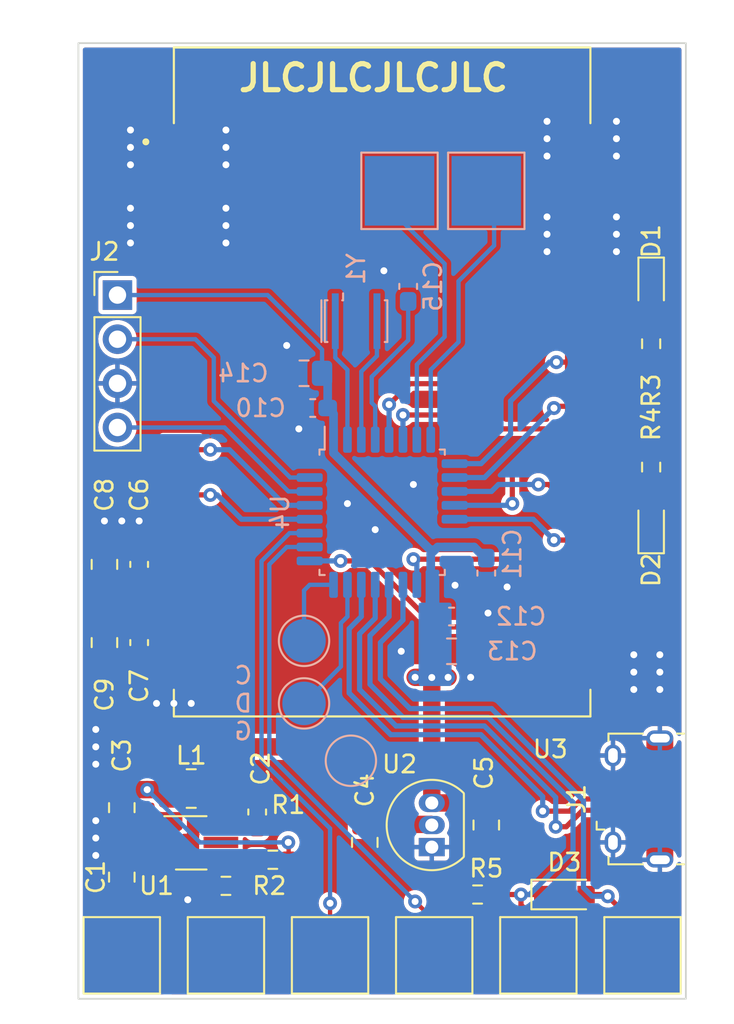
<source format=kicad_pcb>
(kicad_pcb (version 20211014) (generator pcbnew)
  (layers (0 "F.Cu" signal) (31 "B.Cu" signal) (34 "B.Paste" user) (35 "F.Paste" user) (36 "B.SilkS" user "B.Silkscreen") (37 "F.SilkS" user "F.Silkscreen") (38 "B.Mask" user) (39 "F.Mask" user) (44 "Edge.Cuts" user))
  (net 0 "")
  (net 1 "+BATT")
  (net 2 "GND")
  (net 3 "/SW")
  (net 4 "/BST")
  (net 5 "+5V")
  (net 6 "+3V3")
  (net 7 "Net-(C15-Pad1)")
  (net 8 "/FB")
  (net 10 "/SX1_DIO")
  (net 11 "/SX1_BUSY")
  (net 12 "/SX1_RESET")
  (net 13 "/SPI1_MISO")
  (net 14 "/SPI1_MOSI")
  (net 15 "/SPI1_SCK")
  (net 17 "/SX1_TX_EN")
  (net 18 "/SX1_RX_EN")
  (net 19 "/SPI1_CS")
  (net 21 "/LED_RED")
  (net 22 "/LED_GREEN")
  (net 23 "/LPUART1_TX")
  (net 24 "/LPUART1_RX")
  (net 25 "/BOOT0")
  (net 26 "/UART1_TX")
  (net 27 "/UART1_RX")
  (net 28 "/SWDIO")
  (net 29 "/SWCLK")
  (net 30 "/UART2_RX")
  (net 31 "/UART2_TX")
  (net 32 "/OSC_IN")
  (net 33 "/OSC_OUT")
  (net 34 "/USB_DM")
  (net 35 "/USB_DP")
  (net 36 "/BUTTON")
  (net 39 "Net-(D1-Pad2)")
  (net 40 "Net-(D2-Pad2)")
  (footprint "Capacitor_SMD:C_0805_2012Metric_Pad1.18x1.45mm_HandSolder" (layer "F.Cu") (at 74.5 103 90)
    (fp_text reference "C8" (at 4 0 90) (layer "F.SilkS"))
    (fp_text value "1u")
    (pad "1" smd roundrect (at -1.0375 0 90) (size 1.175 1.45) (layers "F.Cu" "F.Paste" "F.Mask") (roundrect_rratio 0.2127659574) (net 5 "+5V"))
    (pad "2" smd roundrect (at 1.0375 0 90) (size 1.175 1.45) (layers "F.Cu" "F.Paste" "F.Mask") (roundrect_rratio 0.2127659574) (net 2 "GND"))
  )
  (footprint "Capacitor_SMD:C_0805_2012Metric_Pad1.18x1.45mm_HandSolder" (layer "F.Cu") (at 74.5 107.5 -90)
    (fp_text reference "C9" (at 3 0 90) (layer "F.SilkS"))
    (fp_text value "22u")
    (pad "1" smd roundrect (at -1.0375 0 270) (size 1.175 1.45) (layers "F.Cu" "F.Paste" "F.Mask") (roundrect_rratio 0.2127659574) (net 5 "+5V"))
    (pad "2" smd roundrect (at 1.0375 0 270) (size 1.175 1.45) (layers "F.Cu" "F.Paste" "F.Mask") (roundrect_rratio 0.2127659574) (net 2 "GND"))
  )
  (footprint "Connector_USB:USB_Micro-B_Amphenol_10118194_Horizontal" (layer "F.Cu") (at 105.2 116.5 90)
    (fp_text reference "J1" (at 0 -3.5 90) (layer "F.SilkS"))
    (fp_text value "USB_B_Micro")
    (pad "1" smd rect (at -1.3 -1.4 90) (size 0.4 1.35) (layers "F.Cu" "F.Paste" "F.Mask"))
    (pad "2" smd rect (at -0.65 -1.4 90) (size 0.4 1.35) (layers "F.Cu" "F.Paste" "F.Mask") (net 34 "/USB_DM"))
    (pad "3" smd rect (at 0 -1.4 90) (size 0.4 1.35) (layers "F.Cu" "F.Paste" "F.Mask") (net 35 "/USB_DP"))
    (pad "4" smd rect (at 0.65 -1.4 90) (size 0.4 1.35) (layers "F.Cu" "F.Paste" "F.Mask"))
    (pad "5" smd rect (at 1.3 -1.4 90) (size 0.4 1.35) (layers "F.Cu" "F.Paste" "F.Mask") (net 2 "GND"))
    (pad "6" thru_hole oval (at -3.5 1.3 90) (size 0.89 1.55) (drill oval 0.5 1.15) (layers *.Cu *.Mask) (net 2 "GND"))
    (pad "6" smd rect (at -1 1.3 90) (size 1.5 1.55) (layers "F.Cu" "F.Paste" "F.Mask") (net 2 "GND"))
    (pad "6" smd rect (at 1 1.3 90) (size 1.5 1.55) (layers "F.Cu" "F.Paste" "F.Mask") (net 2 "GND"))
    (pad "6" thru_hole oval (at 2.5 -1.4 90) (size 1.25 0.95) (drill oval 0.85 0.55) (layers *.Cu *.Mask) (net 2 "GND"))
    (pad "6" thru_hole oval (at 3.5 1.3 90) (size 0.89 1.55) (drill oval 0.5 1.15) (layers *.Cu *.Mask) (net 2 "GND"))
    (pad "6" thru_hole oval (at -2.5 -1.4 90) (size 1.25 0.95) (drill oval 0.85 0.55) (layers *.Cu *.Mask) (net 2 "GND"))
    (pad "6" smd rect (at -2.9 1.3 90) (size 1.2 1.55) (layers "F.Cu" "F.Paste" "F.Mask") (net 2 "GND"))
    (pad "6" smd rect (at 2.9 1.3 90) (size 1.2 1.55) (layers "F.Cu" "F.Paste" "F.Mask") (net 2 "GND"))
  )
  (footprint "Capacitor_SMD:C_0603_1608Metric_Pad1.08x0.95mm_HandSolder" (layer "F.Cu") (at 76.5 107.5 -90)
    (fp_text reference "C7" (at 2.5 0 90) (layer "F.SilkS"))
    (fp_text value "100n")
    (pad "1" smd roundrect (at -0.8625 0 270) (size 1.075 0.95) (layers "F.Cu" "F.Paste" "F.Mask") (net 5 "+5V"))
    (pad "2" smd roundrect (at 0.8625 0 270) (size 1.075 0.95) (layers "F.Cu" "F.Paste" "F.Mask") (net 2 "GND"))
  )
  (footprint "Resistor_SMD:R_0603_1608Metric_Pad0.98x0.95mm_HandSolder" (layer "F.Cu") (at 106 97.4 -90)
    (fp_text reference "R4" (at -2.475 0 90) (layer "F.SilkS"))
    (fp_text value "1K")
    (pad "1" smd roundrect (at -0.9125 0 270) (size 0.975 0.95) (layers "F.Cu" "F.Paste" "F.Mask") (net 22 "/LED_GREEN"))
    (pad "2" smd roundrect (at 0.9125 0 270) (size 0.975 0.95) (layers "F.Cu" "F.Paste" "F.Mask") (net 40 "Net-(D2-Pad2)"))
  )
  (footprint "TestPoint:TestPoint_Pad_4.0x4.0mm" (layer "F.Cu") (at 93.5 125.5)
    (fp_text reference "TP6" hide)
    (fp_text value "TestPoint")
    (pad "1" smd rect (at 0 0) (size 4 4) (layers "F.Cu" "F.Mask") (net 31 "/UART2_TX"))
  )
  (footprint "Capacitor_SMD:C_0603_1608Metric_Pad1.08x0.95mm_HandSolder" (layer "F.Cu") (at 76.5 103 90)
    (fp_text reference "C6" (at 4 0 90) (layer "F.SilkS"))
    (fp_text value "100n")
    (pad "1" smd roundrect (at -0.8625 0 90) (size 1.075 0.95) (layers "F.Cu" "F.Paste" "F.Mask") (net 5 "+5V"))
    (pad "2" smd roundrect (at 0.8625 0 90) (size 1.075 0.95) (layers "F.Cu" "F.Paste" "F.Mask") (net 2 "GND"))
  )
  (footprint "Package_TO_SOT_THT:TO-92_Inline" (layer "F.Cu") (at 93.36 119.27 90)
    (fp_text reference "U2" (at 4.77 -1.86 180) (layer "F.SilkS"))
    (fp_text value "MCP1700-33")
    (pad "1" thru_hole rect (at 0 0 90) (size 1.05 1.5) (drill 0.75) (layers *.Cu *.Mask) (net 2 "GND"))
    (pad "2" thru_hole oval (at 1.27 0 90) (size 1.05 1.5) (drill 0.75) (layers *.Cu *.Mask) (net 5 "+5V"))
    (pad "3" thru_hole oval (at 2.54 0 90) (size 1.05 1.5) (drill 0.75) (layers *.Cu *.Mask) (net 6 "+3V3"))
  )
  (footprint "TestPoint:TestPoint_Pad_4.0x4.0mm" (layer "F.Cu") (at 99.5 125.5 180)
    (fp_text reference "TP4" hide)
    (fp_text value "TestPoint")
    (pad "1" smd rect (at 0 0 180) (size 4 4) (layers "F.Cu" "F.Mask") (net 27 "/UART1_RX"))
  )
  (footprint "LED_SMD:LED_0603_1608Metric_Pad1.05x0.95mm_HandSolder" (layer "F.Cu") (at 106 100.7 90)
    (fp_text reference "D2" (at -2.625 0 90) (layer "F.SilkS"))
    (fp_text value "LED")
    (pad "1" smd roundrect (at -0.875 0 90) (size 1.05 0.95) (layers "F.Cu" "F.Paste" "F.Mask") (net 2 "GND"))
    (pad "2" smd roundrect (at 0.875 0 90) (size 1.05 0.95) (layers "F.Cu" "F.Paste" "F.Mask") (net 40 "Net-(D2-Pad2)"))
  )
  (footprint "Capacitor_SMD:C_0603_1608Metric_Pad1.08x0.95mm_HandSolder" (layer "F.Cu") (at 83.3 117.25 -90)
    (fp_text reference "C2" (at -2.5 -0.2 90) (layer "F.SilkS"))
    (fp_text value "100n")
    (pad "1" smd roundrect (at -0.8625 0 270) (size 1.075 0.95) (layers "F.Cu" "F.Paste" "F.Mask") (net 3 "/SW"))
    (pad "2" smd roundrect (at 0.8625 0 270) (size 1.075 0.95) (layers "F.Cu" "F.Paste" "F.Mask") (net 4 "/BST"))
  )
  (footprint "Resistor_SMD:R_0603_1608Metric_Pad0.98x0.95mm_HandSolder" (layer "F.Cu") (at 96 122 180)
    (fp_text reference "R5" (at -0.5 1.5) (layer "F.SilkS"))
    (fp_text value "1K")
    (pad "1" smd roundrect (at -0.9125 0 180) (size 0.975 0.95) (layers "F.Cu" "F.Paste" "F.Mask") (net 27 "/UART1_RX"))
    (pad "2" smd roundrect (at 0.9125 0 180) (size 0.975 0.95) (layers "F.Cu" "F.Paste" "F.Mask") (net 2 "GND"))
  )
  (footprint "LED_SMD:LED_0603_1608Metric_Pad1.05x0.95mm_HandSolder" (layer "F.Cu") (at 106 87 -90)
    (fp_text reference "D1" (at -2.6 0 -90) (layer "F.SilkS"))
    (fp_text value "LED")
    (pad "1" smd roundrect (at -0.875 0 270) (size 1.05 0.95) (layers "F.Cu" "F.Paste" "F.Mask") (net 2 "GND"))
    (pad "2" smd roundrect (at 0.875 0 270) (size 1.05 0.95) (layers "F.Cu" "F.Paste" "F.Mask") (net 39 "Net-(D1-Pad2)"))
  )
  (footprint "TestPoint:TestPoint_Pad_4.0x4.0mm" (layer "F.Cu") (at 105.5 125.5 180)
    (fp_text reference "TP3" hide)
    (fp_text value "TestPoint" hide)
    (pad "1" smd rect (at 0 0 180) (size 4 4) (layers "F.Cu" "F.Mask") (net 26 "/UART1_TX"))
  )
  (footprint "Diode_SMD:D_SOD-323_HandSoldering" (layer "F.Cu") (at 101 122)
    (fp_text reference "D3" (at 0 -1.85) (layer "F.SilkS"))
    (fp_text value "D_Schottky")
    (pad "1" smd rect (at -1.25 0) (size 1 1) (layers "F.Cu" "F.Paste" "F.Mask") (net 27 "/UART1_RX"))
    (pad "2" smd rect (at 1.25 0) (size 1 1) (layers "F.Cu" "F.Paste" "F.Mask") (net 26 "/UART1_TX"))
  )
  (footprint "Connector_PinHeader_2.54mm:PinHeader_1x04_P2.54mm_Vertical" (layer "F.Cu") (at 75.25 87.5)
    (fp_text reference "J2" (at -0.75 -2.5) (layer "F.SilkS"))
    (fp_text value "Conn_01x04_Male")
    (pad "1" thru_hole rect (at 0 0) (size 1.7 1.7) (drill 1) (layers *.Cu *.Mask) (net 6 "+3V3"))
    (pad "2" thru_hole oval (at 0 2.54) (size 1.7 1.7) (drill 1) (layers *.Cu *.Mask) (net 25 "/BOOT0"))
    (pad "3" thru_hole oval (at 0 5.08) (size 1.7 1.7) (drill 1) (layers *.Cu *.Mask) (net 2 "GND"))
    (pad "4" thru_hole oval (at 0 7.62) (size 1.7 1.7) (drill 1) (layers *.Cu *.Mask) (net 36 "/BUTTON"))
  )
  (footprint "TestPoint:TestPoint_Pad_4.0x4.0mm" (layer "F.Cu") (at 81.5 125.5)
    (fp_text reference "TP2" hide)
    (fp_text value "TestPoint")
    (pad "1" smd rect (at 0 0) (size 4 4) (layers "F.Cu" "F.Mask") (net 2 "GND"))
  )
  (footprint "Capacitor_SMD:C_0805_2012Metric_Pad1.18x1.45mm_HandSolder" (layer "F.Cu") (at 75.5 117 -90)
    (fp_text reference "C3" (at -3 0 90) (layer "F.SilkS"))
    (fp_text value "22u")
    (pad "1" smd roundrect (at -1.0375 0 270) (size 1.175 1.45) (layers "F.Cu" "F.Paste" "F.Mask") (roundrect_rratio 0.2127659574) (net 5 "+5V"))
    (pad "2" smd roundrect (at 1.0375 0 270) (size 1.175 1.45) (layers "F.Cu" "F.Paste" "F.Mask") (roundrect_rratio 0.2127659574) (net 2 "GND"))
  )
  (footprint "Resistor_SMD:R_0603_1608Metric_Pad0.98x0.95mm_HandSolder" (layer "F.Cu") (at 81.5 121.5 180)
    (fp_text reference "R2" (at -2.5 0) (layer "F.SilkS"))
    (fp_text value "10K")
    (pad "1" smd roundrect (at -0.9125 0 180) (size 0.975 0.95) (layers "F.Cu" "F.Paste" "F.Mask") (net 8 "/FB"))
    (pad "2" smd roundrect (at 0.9125 0 180) (size 0.975 0.95) (layers "F.Cu" "F.Paste" "F.Mask") (net 2 "GND"))
  )
  (footprint "Package_TO_SOT_SMD:TSOT-23-6_HandSoldering" (layer "F.Cu") (at 79.5 119)
    (fp_text reference "U1" (at -2 2.5) (layer "F.SilkS"))
    (fp_text value "AP62150Z6")
    (pad "1" smd rect (at -1.71 -0.95) (size 2 0.65) (layers "F.Cu" "F.Paste" "F.Mask") (net 2 "GND"))
    (pad "2" smd rect (at -1.71 0) (size 2 0.65) (layers "F.Cu" "F.Paste" "F.Mask") (net 3 "/SW"))
    (pad "3" smd rect (at -1.71 0.95) (size 2 0.65) (layers "F.Cu" "F.Paste" "F.Mask") (net 1 "+BATT"))
    (pad "4" smd rect (at 1.71 0.95) (size 2 0.65) (layers "F.Cu" "F.Paste" "F.Mask") (net 8 "/FB"))
    (pad "5" smd rect (at 1.71 0) (size 2 0.65) (layers "F.Cu" "F.Paste" "F.Mask"))
    (pad "6" smd rect (at 1.71 -0.95) (size 2 0.65) (layers "F.Cu" "F.Paste" "F.Mask") (net 4 "/BST"))
  )
  (footprint "Inductor_SMD:L_1008_2520Metric_Pad1.43x2.20mm_HandSolder" (layer "F.Cu") (at 79.5 115.9 180)
    (fp_text reference "L1" (at 0 1.9) (layer "F.SilkS"))
    (fp_text value "3u3")
    (pad "1" smd roundrect (at -1.1625 0 180) (size 1.425 2.2) (layers "F.Cu" "F.Paste" "F.Mask") (roundrect_rratio 0.1754392982) (net 3 "/SW"))
    (pad "2" smd roundrect (at 1.1625 0 180) (size 1.425 2.2) (layers "F.Cu" "F.Paste" "F.Mask") (roundrect_rratio 0.1754392982) (net 5 "+5V"))
  )
  (footprint "Capacitor_SMD:C_0805_2012Metric_Pad1.18x1.45mm_HandSolder" (layer "F.Cu") (at 96.5 118 -90)
    (fp_text reference "C5" (at -3 0.14 90) (layer "F.SilkS"))
    (fp_text value "1u")
    (pad "1" smd roundrect (at -1.0375 0 270) (size 1.175 1.45) (layers "F.Cu" "F.Paste" "F.Mask") (roundrect_rratio 0.2127659574) (net 6 "+3V3"))
    (pad "2" smd roundrect (at 1.0375 0 270) (size 1.175 1.45) (layers "F.Cu" "F.Paste" "F.Mask") (roundrect_rratio 0.2127659574) (net 2 "GND"))
  )
  (footprint "Capacitor_SMD:C_0805_2012Metric_Pad1.18x1.45mm_HandSolder" (layer "F.Cu") (at 89.5 119 -90)
    (fp_text reference "C4" (at -3 0 90) (layer "F.SilkS"))
    (fp_text value "1u")
    (pad "1" smd roundrect (at -1.0375 0 270) (size 1.175 1.45) (layers "F.Cu" "F.Paste" "F.Mask") (roundrect_rratio 0.2127659574) (net 5 "+5V"))
    (pad "2" smd roundrect (at 1.0375 0 270) (size 1.175 1.45) (layers "F.Cu" "F.Paste" "F.Mask") (roundrect_rratio 0.2127659574) (net 2 "GND"))
  )
  (footprint "TestPoint:TestPoint_Pad_4.0x4.0mm" (layer "F.Cu") (at 75.5 125.5)
    (fp_text reference "TP1" hide)
    (fp_text value "TestPoint")
    (pad "1" smd rect (at 0 0) (size 4 4) (layers "F.Cu" "F.Mask") (net 1 "+BATT"))
  )
  (footprint "Resistor_SMD:R_0603_1608Metric_Pad0.98x0.95mm_HandSolder" (layer "F.Cu") (at 84.2 120 180)
    (fp_text reference "R1" (at -0.89 3.16) (layer "F.SilkS"))
    (fp_text value "56k")
    (pad "1" smd roundrect (at -0.9125 0 180) (size 0.975 0.95) (layers "F.Cu" "F.Paste" "F.Mask") (net 5 "+5V"))
    (pad "2" smd roundrect (at 0.9125 0 180) (size 0.975 0.95) (layers "F.Cu" "F.Paste" "F.Mask") (net 8 "/FB"))
  )
  (footprint "E22:XCVR_E22-900M30S" (layer "F.Cu") (at 90.5 92.5 180)
    (fp_text reference "U3" (at -9.69 -21.135 180) (layer "F.SilkS"))
    (fp_text value "E22-900M30S")
    (pad "1" smd rect locked (at 11.575 13.82 180) (size 2.08 1.51) (layers "F.Cu" "F.Paste" "F.Mask") (net 2 "GND"))
    (pad "2" smd rect locked (at 11.575 11.28 180) (size 2.08 1.51) (layers "F.Cu" "F.Paste" "F.Mask") (net 2 "GND"))
    (pad "3" smd rect locked (at 11.575 8.74 180) (size 2.08 1.51) (layers "F.Cu" "F.Paste" "F.Mask") (net 2 "GND"))
    (pad "4" smd rect locked (at 11.575 1.14 180) (size 2.08 1.51) (layers "F.Cu" "F.Paste" "F.Mask") (net 2 "GND"))
    (pad "5" smd rect locked (at 11.575 -1.4 180) (size 2.08 1.51) (layers "F.Cu" "F.Paste" "F.Mask") (net 2 "GND"))
    (pad "6" smd rect locked (at 11.575 -3.94 180) (size 2.08 1.51) (layers "F.Cu" "F.Paste" "F.Mask") (net 18 "/SX1_RX_EN"))
    (pad "7" smd rect locked (at 11.575 -6.48 180) (size 2.08 1.51) (layers "F.Cu" "F.Paste" "F.Mask") (net 17 "/SX1_TX_EN"))
    (pad "8" smd rect locked (at 11.575 -9.02 180) (size 2.08 1.51) (layers "F.Cu" "F.Paste" "F.Mask"))
    (pad "9" smd rect locked (at 11.575 -11.56 180) (size 2.08 1.51) (layers "F.Cu" "F.Paste" "F.Mask") (net 5 "+5V"))
    (pad "10" smd rect locked (at 11.575 -14.1 180) (size 2.08 1.51) (layers "F.Cu" "F.Paste" "F.Mask") (net 5 "+5V"))
    (pad "11" smd rect locked (at 11.575 -16.64 180) (size 2.08 1.51) (layers "F.Cu" "F.Paste" "F.Mask") (net 2 "GND"))
    (pad "12" smd rect locked (at -11.575 -16.64 180) (size 2.08 1.51) (layers "F.Cu" "F.Paste" "F.Mask") (net 2 "GND"))
    (pad "13" smd rect locked (at -11.575 -14.1 180) (size 2.08 1.51) (layers "F.Cu" "F.Paste" "F.Mask") (net 10 "/SX1_DIO"))
    (pad "14" smd rect locked (at -11.575 -11.56 180) (size 2.08 1.51) (layers "F.Cu" "F.Paste" "F.Mask") (net 11 "/SX1_BUSY"))
    (pad "15" smd rect locked (at -11.575 -9.02 180) (size 2.08 1.51) (layers "F.Cu" "F.Paste" "F.Mask") (net 12 "/SX1_RESET"))
    (pad "16" smd rect locked (at -11.575 -6.48 180) (size 2.08 1.51) (layers "F.Cu" "F.Paste" "F.Mask") (net 13 "/SPI1_MISO"))
    (pad "17" smd rect locked (at -11.575 -3.94 180) (size 2.08 1.51) (layers "F.Cu" "F.Paste" "F.Mask") (net 14 "/SPI1_MOSI"))
    (pad "18" smd rect locked (at -11.575 -1.4 180) (size 2.08 1.51) (layers "F.Cu" "F.Paste" "F.Mask") (net 15 "/SPI1_SCK"))
    (pad "19" smd rect locked (at -11.575 1.14 180) (size 2.08 1.51) (layers "F.Cu" "F.Paste" "F.Mask") (net 19 "/SPI1_CS"))
    (pad "20" smd rect locked (at -11.575 8.74 180) (size 2.08 1.51) (layers "F.Cu" "F.Paste" "F.Mask") (net 2 "GND"))
    (pad "21" smd rect locked (at -11.575 11.28 180) (size 2.08 1.51) (layers "F.Cu" "F.Paste" "F.Mask"))
    (pad "22" smd rect locked (at -11.575 13.82 180) (size 2.08 1.51) (layers "F.Cu" "F.Paste" "F.Mask") (net 2 "GND"))
  )
  (footprint "TestPoint:TestPoint_Pad_4.0x4.0mm" (layer "F.Cu") (at 87.5 125.5)
    (fp_text reference "TP5" hide)
    (fp_text value "TestPoint")
    (pad "1" smd rect (at 0 0) (size 4 4) (layers "F.Cu" "F.Mask") (net 30 "/UART2_RX"))
  )
  (footprint "Resistor_SMD:R_0603_1608Metric_Pad0.98x0.95mm_HandSolder" (layer "F.Cu") (at 106 90.3 90)
    (fp_text reference "R3" (at -2.7 0 90) (layer "F.SilkS"))
    (fp_text value "1K")
    (pad "1" smd roundrect (at -0.9125 0 90) (size 0.975 0.95) (layers "F.Cu" "F.Paste" "F.Mask") (net 21 "/LED_RED"))
    (pad "2" smd roundrect (at 0.9125 0 90) (size 0.975 0.95) (layers "F.Cu" "F.Paste" "F.Mask") (net 39 "Net-(D1-Pad2)"))
  )
  (footprint "Capacitor_SMD:C_0805_2012Metric_Pad1.18x1.45mm_HandSolder" (layer "F.Cu") (at 75.5 121 90)
    (fp_text reference "C1" (at 0 -1.5 270) (layer "F.SilkS"))
    (fp_text value "22u")
    (pad "1" smd roundrect (at -1.0375 0 90) (size 1.175 1.45) (layers "F.Cu" "F.Paste" "F.Mask") (roundrect_rratio 0.2127659574) (net 1 "+BATT"))
    (pad "2" smd roundrect (at 1.0375 0 90) (size 1.175 1.45) (layers "F.Cu" "F.Paste" "F.Mask") (roundrect_rratio 0.2127659574) (net 2 "GND"))
  )
  (footprint "Capacitor_SMD:C_0603_1608Metric_Pad1.08x0.95mm_HandSolder" (layer "B.Cu") (at 94.5 106)
    (fp_text reference "C12" (at 4 0) (layer "B.SilkS") (effects (justify mirror)))
    (fp_text value "100n")
    (pad "1" smd roundrect (at -0.8625 0) (size 1.075 0.95) (layers "B.Cu" "B.Paste" "B.Mask") (net 6 "+3V3"))
    (pad "2" smd roundrect (at 0.8625 0) (size 1.075 0.95) (layers "B.Cu" "B.Paste" "B.Mask") (net 2 "GND"))
  )
  (footprint "Capacitor_SMD:C_0805_2012Metric_Pad1.18x1.45mm_HandSolder" (layer "B.Cu") (at 86 92 180)
    (fp_text reference "C14" (at 3.5 0) (layer "B.SilkS") (effects (justify mirror)))
    (fp_text value "22u")
    (pad "1" smd roundrect (at -1.0375 0 180) (size 1.175 1.45) (layers "B.Cu" "B.Paste" "B.Mask") (roundrect_rratio 0.2127659574) (net 6 "+3V3"))
    (pad "2" smd roundrect (at 1.0375 0 180) (size 1.175 1.45) (layers "B.Cu" "B.Paste" "B.Mask") (roundrect_rratio 0.2127659574) (net 2 "GND"))
  )
  (footprint "Crystal:Resonator_SMD_Murata_CSTxExxV-3Pin_3.0x1.1mm_HandSoldering" (layer "B.Cu") (at 89 89)
    (fp_text reference "Y1" (at 0 -3 90) (layer "B.SilkS") (effects (justify mirror)))
    (fp_text value "Resonator")
    (pad "1" smd rect (at -1.2 0) (size 0.4 3.2) (layers "B.Cu" "B.Paste" "B.Mask") (net 32 "/OSC_IN"))
    (pad "2" smd rect (at 0 0) (size 0.4 3.2) (layers "B.Cu" "B.Paste" "B.Mask") (net 2 "GND"))
    (pad "3" smd rect (at 1.2 0) (size 0.4 3.2) (layers "B.Cu" "B.Paste" "B.Mask") (net 33 "/OSC_OUT"))
  )
  (footprint "Capacitor_SMD:C_0603_1608Metric_Pad1.08x0.95mm_HandSolder" (layer "B.Cu") (at 92 87 90)
    (fp_text reference "C15" (at 0 1.43 90) (layer "B.SilkS") (effects (justify mirror)))
    (fp_text value "100n")
    (pad "1" smd roundrect (at -0.8625 0 90) (size 1.075 0.95) (layers "B.Cu" "B.Paste" "B.Mask") (net 7 "Net-(C15-Pad1)"))
    (pad "2" smd roundrect (at 0.8625 0 90) (size 1.075 0.95) (layers "B.Cu" "B.Paste" "B.Mask") (net 2 "GND"))
  )
  (footprint "TestPoint:TestPoint_Pad_4.0x4.0mm" (layer "B.Cu") (at 91.5 81.5)
    (fp_text reference "TP7" hide)
    (fp_text value "TestPoint")
    (pad "1" smd rect (at 0 0) (size 4 4) (layers "B.Cu" "B.Mask") (net 23 "/LPUART1_TX"))
  )
  (footprint "TestPoint:TestPoint_Pad_D2.5mm" (layer "B.Cu") (at 86 111 180)
    (fp_text reference "TP9" hide)
    (fp_text value "TestPoint")
    (pad "1" smd circle (at 0 0 180) (size 2.5 2.5) (layers "B.Cu" "B.Mask") (net 28 "/SWDIO"))
  )
  (footprint "TestPoint:TestPoint_Pad_4.0x4.0mm" (layer "B.Cu") (at 96.5 81.5)
    (fp_text reference "TP8" hide)
    (fp_text value "TestPoint")
    (pad "1" smd rect (at 0 0) (size 4 4) (layers "B.Cu" "B.Mask") (net 24 "/LPUART1_RX"))
  )
  (footprint "TestPoint:TestPoint_Pad_D2.5mm" (layer "B.Cu") (at 88.7 114.3 180)
    (fp_text reference "TP11" hide)
    (fp_text value "TestPoint")
    (pad "1" smd circle (at 0 0 180) (size 2.5 2.5) (layers "B.Cu" "B.Mask") (net 2 "GND"))
  )
  (footprint "Capacitor_SMD:C_0805_2012Metric_Pad1.18x1.45mm_HandSolder" (layer "B.Cu") (at 94.5 108)
    (fp_text reference "C13" (at 3.5 0) (layer "B.SilkS") (effects (justify mirror)))
    (fp_text value "1u")
    (pad "1" smd roundrect (at -1.0375 0) (size 1.175 1.45) (layers "B.Cu" "B.Paste" "B.Mask") (roundrect_rratio 0.2127659574) (net 6 "+3V3"))
    (pad "2" smd roundrect (at 1.0375 0) (size 1.175 1.45) (layers "B.Cu" "B.Paste" "B.Mask") (roundrect_rratio 0.2127659574) (net 2 "GND"))
  )
  (footprint "Package_QFP:LQFP-32_7x7mm_P0.8mm" (layer "B.Cu") (at 90.5 100 -90)
    (fp_text reference "U4" (at 0 5.88 90) (layer "B.SilkS") (effects (justify mirror)))
    (fp_text value "STM32G441KB")
    (pad "1" smd roundrect (at -4.175 2.8 270) (size 1.5 0.5) (layers "B.Cu" "B.Paste" "B.Mask") (net 6 "+3V3"))
    (pad "2" smd roundrect (at -4.175 2 270) (size 1.5 0.5) (layers "B.Cu" "B.Paste" "B.Mask") (net 32 "/OSC_IN"))
    (pad "3" smd roundrect (at -4.175 1.2 270) (size 1.5 0.5) (layers "B.Cu" "B.Paste" "B.Mask") (net 33 "/OSC_OUT"))
    (pad "4" smd roundrect (at -4.175 0.4 270) (size 1.5 0.5) (layers "B.Cu" "B.Paste" "B.Mask") (net 7 "Net-(C15-Pad1)"))
    (pad "5" smd roundrect (at -4.175 -0.4 270) (size 1.5 0.5) (layers "B.Cu" "B.Paste" "B.Mask") (net 21 "/LED_RED"))
    (pad "6" smd roundrect (at -4.175 -1.2 270) (size 1.5 0.5) (layers "B.Cu" "B.Paste" "B.Mask") (net 22 "/LED_GREEN"))
    (pad "7" smd roundrect (at -4.175 -2 270) (size 1.5 0.5) (layers "B.Cu" "B.Paste" "B.Mask") (net 23 "/LPUART1_TX"))
    (pad "8" smd roundrect (at -4.175 -2.8 270) (size 1.5 0.5) (layers "B.Cu" "B.Paste" "B.Mask") (net 24 "/LPUART1_RX"))
    (pad "9" smd roundrect (at -2.8 -4.175 270) (size 0.5 1.5) (layers "B.Cu" "B.Paste" "B.Mask") (net 19 "/SPI1_CS"))
    (pad "10" smd roundrect (at -2 -4.175 270) (size 0.5 1.5) (layers "B.Cu" "B.Paste" "B.Mask") (net 15 "/SPI1_SCK"))
    (pad "11" smd roundrect (at -1.2 -4.175 270) (size 0.5 1.5) (layers "B.Cu" "B.Paste" "B.Mask") (net 13 "/SPI1_MISO"))
    (pad "12" smd roundrect (at -0.4 -4.175 270) (size 0.5 1.5) (layers "B.Cu" "B.Paste" "B.Mask") (net 14 "/SPI1_MOSI"))
    (pad "13" smd roundrect (at 0.4 -4.175 270) (size 0.5 1.5) (layers "B.Cu" "B.Paste" "B.Mask") (net 12 "/SX1_RESET"))
    (pad "14" smd roundrect (at 1.2 -4.175 270) (size 0.5 1.5) (layers "B.Cu" "B.Paste" "B.Mask") (net 2 "GND"))
    (pad "15" smd roundrect (at 2 -4.175 270) (size 0.5 1.5) (layers "B.Cu" "B.Paste" "B.Mask") (net 6 "+3V3"))
    (pad "16" smd roundrect (at 2.8 -4.175 270) (size 0.5 1.5) (layers "B.Cu" "B.Paste" "B.Mask") (net 2 "GND"))
    (pad "17" smd roundrect (at 4.175 -2.8 270) (size 1.5 0.5) (layers "B.Cu" "B.Paste" "B.Mask") (net 6 "+3V3"))
    (pad "18" smd roundrect (at 4.175 -2 270) (size 1.5 0.5) (layers "B.Cu" "B.Paste" "B.Mask") (net 11 "/SX1_BUSY"))
    (pad "19" smd roundrect (at 4.175 -1.2 270) (size 1.5 0.5) (layers "B.Cu" "B.Paste" "B.Mask") (net 26 "/UART1_TX"))
    (pad "20" smd roundrect (at 4.175 -0.4 270) (size 1.5 0.5) (layers "B.Cu" "B.Paste" "B.Mask") (net 27 "/UART1_RX"))
    (pad "21" smd roundrect (at 4.175 0.4 270) (size 1.5 0.5) (layers "B.Cu" "B.Paste" "B.Mask") (net 34 "/USB_DM"))
    (pad "22" smd roundrect (at 4.175 1.2 270) (size 1.5 0.5) (layers "B.Cu" "B.Paste" "B.Mask") (net 35 "/USB_DP"))
    (pad "23" smd roundrect (at 4.175 2 270) (size 1.5 0.5) (layers "B.Cu" "B.Paste" "B.Mask") (net 28 "/SWDIO"))
    (pad "24" smd roundrect (at 4.175 2.8 270) (size 1.5 0.5) (layers "B.Cu" "B.Paste" "B.Mask") (net 29 "/SWCLK"))
    (pad "25" smd roundrect (at 2.8 4.175 270) (size 0.5 1.5) (layers "B.Cu" "B.Paste" "B.Mask") (net 10 "/SX1_DIO"))
    (pad "26" smd roundrect (at 2 4.175 270) (size 0.5 1.5) (layers "B.Cu" "B.Paste" "B.Mask") (net 31 "/UART2_TX"))
    (pad "27" smd roundrect (at 1.2 4.175 270) (size 0.5 1.5) (layers "B.Cu" "B.Paste" "B.Mask") (net 30 "/UART2_RX"))
    (pad "28" smd roundrect (at 0.4 4.175 270) (size 0.5 1.5) (layers "B.Cu" "B.Paste" "B.Mask") (net 17 "/SX1_TX_EN"))
    (pad "29" smd roundrect (at -0.4 4.175 270) (size 0.5 1.5) (layers "B.Cu" "B.Paste" "B.Mask") (net 18 "/SX1_RX_EN"))
    (pad "30" smd roundrect (at -1.2 4.175 270) (size 0.5 1.5) (layers "B.Cu" "B.Paste" "B.Mask") (net 36 "/BUTTON"))
    (pad "31" smd roundrect (at -2 4.175 270) (size 0.5 1.5) (layers "B.Cu" "B.Paste" "B.Mask") (net 25 "/BOOT0"))
    (pad "32" smd roundrect (at -2.8 4.175 270) (size 0.5 1.5) (layers "B.Cu" "B.Paste" "B.Mask") (net 2 "GND"))
  )
  (footprint "TestPoint:TestPoint_Pad_D2.5mm" (layer "B.Cu") (at 86 107.4 180)
    (fp_text reference "TP10" hide)
    (fp_text value "TestPoint")
    (pad "1" smd circle (at 0 0 180) (size 2.5 2.5) (layers "B.Cu" "B.Mask") (net 29 "/SWCLK"))
  )
  (footprint "Capacitor_SMD:C_0603_1608Metric_Pad1.08x0.95mm_HandSolder" (layer "B.Cu") (at 86.5 94 180)
    (fp_text reference "C10" (at 3 0) (layer "B.SilkS") (effects (justify mirror)))
    (fp_text value "100n")
    (pad "1" smd roundrect (at -0.8625 0 180) (size 1.075 0.95) (layers "B.Cu" "B.Paste" "B.Mask") (net 6 "+3V3"))
    (pad "2" smd roundrect (at 0.8625 0 180) (size 1.075 0.95) (layers "B.Cu" "B.Paste" "B.Mask") (net 2 "GND"))
  )
  (footprint "Capacitor_SMD:C_0603_1608Metric_Pad1.08x0.95mm_HandSolder" (layer "B.Cu") (at 96.5 103.5 -90)
    (fp_text reference "C11" (at -1.1 -1.5 90) (layer "B.SilkS") (effects (justify mirror)))
    (fp_text value "100n")
    (pad "1" smd roundrect (at -0.8625 0 270) (size 1.075 0.95) (layers "B.Cu" "B.Paste" "B.Mask") (net 6 "+3V3"))
    (pad "2" smd roundrect (at 0.8625 0 270) (size 1.075 0.95) (layers "B.Cu" "B.Paste" "B.Mask") (net 2 "GND"))
  )
  (gr_rect (start 73 73) (end 108 128) (layer "Edge.Cuts") (width 0.1) (fill none))
  (gr_text "C\nD\nG" (at 82.5 111) (layer "B.SilkS") (effects (font (size 1 1)) (justify mirror)))
  (gr_text "JLCJLCJLCJLC" (at 90 75) (layer "F.SilkS") (effects (font (size 1.5 1.5) (thickness 0.3))))
  (via (at 106.5 109.2) (size 0.8) (drill 0.4) (layers "F.Cu" "B.Cu") (net 2))
  (via (at 79.5 111) (size 0.8) (drill 0.4) (layers "F.Cu" "B.Cu") (net 2))
  (via (at 74 114.5) (size 0.8) (drill 0.4) (layers "F.Cu" "B.Cu") (net 2))
  (via (at 79.3 122.3) (size 0.8) (drill 0.4) (layers "F.Cu" "B.Cu") (net 2))
  (via (at 100 78.5) (size 0.8) (drill 0.4) (layers "F.Cu" "B.Cu") (net 2))
  (via (at 75.5 100.5) (size 0.8) (drill 0.4) (layers "F.Cu" "B.Cu") (net 2))
  (via (at 81.5 79) (size 0.8) (drill 0.4) (layers "F.Cu" "B.Cu") (net 2))
  (via (at 74.5 100.5) (size 0.8) (drill 0.4) (layers "F.Cu" "B.Cu") (net 2))
  (via (at 104 79.5) (size 0.8) (drill 0.4) (layers "F.Cu" "B.Cu") (net 2))
  (via (at 92.3 98.4) (size 0.8) (drill 0.4) (layers "F.Cu" "B.Cu") (net 2))
  (via (at 85.7 95.2) (size 0.8) (drill 0.4) (layers "F.Cu" "B.Cu") (net 2))
  (via (at 81.5 80) (size 0.8) (drill 0.4) (layers "F.Cu" "B.Cu") (net 2))
  (via (at 106.5 108.2) (size 0.8) (drill 0.4) (layers "F.Cu" "B.Cu") (net 2))
  (via (at 76 79) (size 0.8) (drill 0.4) (layers "F.Cu" "B.Cu") (net 2))
  (via (at 90.6 86.1) (size 0.8) (drill 0.4) (layers "F.Cu" "B.Cu") (net 2))
  (via (at 91.6 108) (size 0.8) (drill 0.4) (layers "F.Cu" "B.Cu") (net 2))
  (via (at 77.5 111) (size 0.8) (drill 0.4) (layers "F.Cu" "B.Cu") (net 2))
  (via (at 74 118.75) (size 0.8) (drill 0.4) (layers "F.Cu" "B.Cu") (net 2))
  (via (at 97.7 104.3) (size 0.8) (drill 0.4) (layers "F.Cu" "B.Cu") (net 2))
  (via (at 100 85) (size 0.8) (drill 0.4) (layers "F.Cu" "B.Cu") (net 2))
  (via (at 76.5 100.5) (size 0.8) (drill 0.4) (layers "F.Cu" "B.Cu") (net 2))
  (via (at 106.5 110.2) (size 0.8) (drill 0.4) (layers "F.Cu" "B.Cu") (net 2))
  (via (at 76 83.5) (size 0.8) (drill 0.4) (layers "F.Cu" "B.Cu") (net 2))
  (via (at 76 82.5) (size 0.8) (drill 0.4) (layers "F.Cu" "B.Cu") (net 2))
  (via (at 81.5 83.5) (size 0.8) (drill 0.4) (layers "F.Cu" "B.Cu") (net 2))
  (via (at 105 108.2) (size 0.8) (drill 0.4) (layers "F.Cu" "B.Cu") (net 2))
  (via (at 81.5 78) (size 0.8) (drill 0.4) (layers "F.Cu" "B.Cu") (net 2))
  (via (at 105 109.2) (size 0.8) (drill 0.4) (layers "F.Cu" "B.Cu") (net 2))
  (via (at 100 79.5) (size 0.8) (drill 0.4) (layers "F.Cu" "B.Cu") (net 2))
  (via (at 104 85) (size 0.8) (drill 0.4) (layers "F.Cu" "B.Cu") (net 2))
  (via (at 100 77.5) (size 0.8) (drill 0.4) (layers "F.Cu" "B.Cu") (net 2))
  (via (at 105 110.2) (size 0.8) (drill 0.4) (layers "F.Cu" "B.Cu") (net 2))
  (via (at 100 84) (size 0.8) (drill 0.4) (layers "F.Cu" "B.Cu") (net 2))
  (via (at 76 78) (size 0.8) (drill 0.4) (layers "F.Cu" "B.Cu") (net 2))
  (via (at 100 83) (size 0.8) (drill 0.4) (layers "F.Cu" "B.Cu") (net 2))
  (via (at 85 90.4) (size 0.8) (drill 0.4) (layers "F.Cu" "B.Cu") (net 2))
  (via (at 94.7 104.2) (size 0.8) (drill 0.4) (layers "F.Cu" "B.Cu") (net 2))
  (via (at 90.1 101) (size 0.8) (drill 0.4) (layers "F.Cu" "B.Cu") (net 2))
  (via (at 76 84.5) (size 0.8) (drill 0.4) (layers "F.Cu" "B.Cu") (net 2))
  (via (at 104 78.5) (size 0.8) (drill 0.4) (layers "F.Cu" "B.Cu") (net 2))
  (via (at 74 117.75) (size 0.8) (drill 0.4) (layers "F.Cu" "B.Cu") (net 2))
  (via (at 95.6 109.5) (size 0.8) (drill 0.4) (layers "F.Cu" "B.Cu") (net 2))
  (via (at 88.5 99.5) (size 0.8) (drill 0.4) (layers "F.Cu" "B.Cu") (net 2))
  (via (at 96.6 105.8) (size 0.8) (drill 0.4) (layers "F.Cu" "B.Cu") (net 2))
  (via (at 74 113.5) (size 0.8) (drill 0.4) (layers "F.Cu" "B.Cu") (net 2))
  (via (at 74 112.5) (size 0.8) (drill 0.4) (layers "F.Cu" "B.Cu") (net 2))
  (via (at 81.5 82.5) (size 0.8) (drill 0.4) (layers "F.Cu" "B.Cu") (net 2))
  (via (at 74 119.75) (size 0.8) (drill 0.4) (layers "F.Cu" "B.Cu") (net 2))
  (via (at 76 80) (size 0.8) (drill 0.4) (layers "F.Cu" "B.Cu") (net 2))
  (via (at 104 84) (size 0.8) (drill 0.4) (layers "F.Cu" "B.Cu") (net 2))
  (via (at 78.5 111) (size 0.8) (drill 0.4) (layers "F.Cu" "B.Cu") (net 2))
  (via (at 81.5 84.5) (size 0.8) (drill 0.4) (layers "F.Cu" "B.Cu") (net 2))
  (via (at 104 83) (size 0.8) (drill 0.4) (layers "F.Cu" "B.Cu") (net 2))
  (via (at 104 77.5) (size 0.8) (drill 0.4) (layers "F.Cu" "B.Cu") (net 2))
  (segment (start 87.3 97.2) (end 88.5 98.4) (width 0.3) (layer "B.Cu") (net 2))
  (segment (start 86.325 97.2) (end 87.3 97.2) (width 0.3) (layer "B.Cu") (net 2))
  (segment (start 88.5 98.4) (end 88.5 99.5) (width 0.3) (layer "B.Cu") (net 2))
  (segment (start 81.21 118.05) (end 83.2375 118.05) (width 0.65) (layer "F.Cu") (net 4))
  (segment (start 83.2375 118.05) (end 83.3 118.1125) (width 0.65) (layer "F.Cu") (net 4))
  (segment (start 78.275 115.9625) (end 78.3375 115.9) (width 1) (layer "F.Cu") (net 5))
  (segment (start 78.3375 115.9) (end 78.3375 114.1625) (width 1) (layer "F.Cu") (net 5))
  (segment (start 81.25 113.5) (end 85.75 113.5) (width 1) (layer "F.Cu") (net 5))
  (segment (start 81.5 107.75) (end 80.35 106.6) (width 1) (layer "F.Cu") (net 5))
  (segment (start 85.1125 119.0225) (end 85.1125 120) (width 0.25) (layer "F.Cu") (net 5))
  (segment (start 80.125 112.375) (end 81.5 111) (width 1) (layer "F.Cu") (net 5))
  (segment (start 93.3225 117.9625) (end 93.36 118) (width 1) (layer "F.Cu") (net 5))
  (segment (start 85.09 119) (end 85.1125 119.0225) (width 0.25) (layer "F.Cu") (net 5))
  (segment (start 81.5 111) (end 81.5 107.75) (width 1) (layer "F.Cu") (net 5))
  (segment (start 89.5 117.9625) (end 93.3225 117.9625) (width 1) (layer "F.Cu") (net 5))
  (segment (start 76.9625 115.9625) (end 78.275 115.9625) (width 1) (layer "F.Cu") (net 5))
  (segment (start 80.35 106.6) (end 78.925 106.6) (width 1) (layer "F.Cu") (net 5))
  (segment (start 85.75 113.5) (end 89.5 117.25) (width 1) (layer "F.Cu") (net 5))
  (segment (start 75.5 115.9625) (end 76.9625 115.9625) (width 1) (layer "F.Cu") (net 5))
  (segment (start 89.5 117.25) (end 89.5 117.9625) (width 1) (layer "F.Cu") (net 5))
  (segment (start 80.125 112.375) (end 81.25 113.5) (width 1) (layer "F.Cu") (net 5))
  (segment (start 78.3375 114.1625) (end 80.125 112.375) (width 1) (layer "F.Cu") (net 5))
  (via (at 85.09 119) (size 0.8) (drill 0.4) (layers "F.Cu" "B.Cu") (net 5))
  (via (at 76.9625 115.9625) (size 0.8) (drill 0.4) (layers "F.Cu" "B.Cu") (net 5))
  (segment (start 80 119) (end 76.9625 115.9625) (width 0.25) (layer "B.Cu") (net 5))
  (segment (start 85.09 119) (end 80 119) (width 0.25) (layer "B.Cu") (net 5))
  (segment (start 96.2675 116.73) (end 96.5 116.9625) (width 1) (layer "F.Cu") (net 6))
  (segment (start 93.36 116.73) (end 93.36 109.51) (width 1) (layer "F.Cu") (net 6))
  (segment (start 93.36 116.73) (end 96.2675 116.73) (width 1) (layer "F.Cu") (net 6))
  (segment (start 92.4 109.5) (end 94.3 109.5) (width 1) (layer "F.Cu") (net 6))
  (via (at 93.36 109.51) (size 0.8) (drill 0.4) (layers "F.Cu" "B.Cu") (net 6))
  (via (at 92.4 109.5) (size 0.8) (drill 0.4) (layers "F.Cu" "B.Cu") (net 6))
  (via (at 94.3 109.5) (size 0.8) (drill 0.4) (layers "F.Cu" "B.Cu") (net 6))
  (segment (start 83.9 87.5) (end 87.0375 90.6375) (width 0.25) (layer "B.Cu") (net 6))
  (segment (start 93.55 102.15) (end 93.7 102) (width 0.5) (layer "B.Cu") (net 6))
  (segment (start 95.8 102) (end 96.4375 102.6375) (width 0.5) (layer "B.Cu") (net 6))
  (segment (start 87.3625 92.325) (end 87.0375 92) (width 0.5) (layer "B.Cu") (net 6))
  (segment (start 93.3 104.175) (end 93.3 102.4) (width 0.5) (layer "B.Cu") (net 6))
  (segment (start 87.7 96.588173) (end 87.7 95.825) (width 0.5) (layer "B.Cu") (net 6))
  (segment (start 93.3 102.4) (end 93.55 102.15) (width 0.5) (layer "B.Cu") (net 6))
  (segment (start 96.4375 102.6375) (end 96.5 102.6375) (width 0.5) (layer "B.Cu") (net 6))
  (segment (start 87.7 95.825) (end 87.7 94.3375) (width 0.5) (layer "B.Cu") (net 6))
  (segment (start 87.7 94.3375) (end 87.3625 94) (width 0.5) (layer "B.Cu") (net 6))
  (segment (start 93.55 102.15) (end 93.261827 102.15) (width 0.5) (layer "B.Cu") (net 6))
  (segment (start 87.0375 90.6375) (end 87.0375 92) (width 0.25) (layer "B.Cu") (net 6))
  (segment (start 87.3625 94) (end 87.3625 92.325) (width 0.5) (layer "B.Cu") (net 6))
  (segment (start 93.261827 102.15) (end 87.7 96.588173) (width 0.5) (layer "B.Cu") (net 6))
  (segment (start 93.7 102) (end 94.675 102) (width 0.5) (layer "B.Cu") (net 6))
  (segment (start 75.25 87.5) (end 83.9 87.5) (width 0.25) (layer "B.Cu") (net 6))
  (segment (start 94.675 102) (end 95.8 102) (width 0.5) (layer "B.Cu") (net 6))
  (segment (start 90.1 93.9) (end 89.9 93.7) (width 0.25) (layer "B.Cu") (net 7))
  (segment (start 89.9 93.7) (end 89.9 92.2) (width 0.25) (layer "B.Cu") (net 7))
  (segment (start 92 90.1) (end 92 87.8625) (width 0.25) (layer "B.Cu") (net 7))
  (segment (start 89.9 92.2) (end 92 90.1) (width 0.25) (layer "B.Cu") (net 7))
  (segment (start 90.1 95.825) (end 90.1 93.9) (width 0.25) (layer "B.Cu") (net 7))
  (segment (start 83.2375 119.95) (end 83.2875 120) (width 0.25) (layer "F.Cu") (net 8))
  (segment (start 83.2875 120.625) (end 83.2875 120) (width 0.25) (layer "F.Cu") (net 8))
  (segment (start 82.4125 121.5) (end 83.2875 120.625) (width 0.25) (layer "F.Cu") (net 8))
  (segment (start 81.21 119.95) (end 83.2375 119.95) (width 0.25) (layer "F.Cu") (net 8))
  (segment (start 93.6 106.6) (end 102.075 106.6) (width 0.3) (layer "F.Cu") (net 10))
  (segment (start 88.1 102.8) (end 89.8 102.8) (width 0.3) (layer "F.Cu") (net 10))
  (segment (start 89.8 102.8) (end 93.6 106.6) (width 0.3) (layer "F.Cu") (net 10))
  (via (at 88.1 102.8) (size 0.8) (drill 0.4) (layers "F.Cu" "B.Cu") (net 10))
  (segment (start 88.1 102.8) (end 86.325 102.8) (width 0.3) (layer "B.Cu") (net 10))
  (segment (start 98.7 102.7) (end 100.06 104.06) (width 0.3) (layer "F.Cu") (net 11))
  (segment (start 100.06 104.06) (end 102.075 104.06) (width 0.3) (layer "F.Cu") (net 11))
  (segment (start 92.3 102.7) (end 98.7 102.7) (width 0.3) (layer "F.Cu") (net 11))
  (via (at 92.3 102.7) (size 0.8) (drill 0.4) (layers "F.Cu" "B.Cu") (net 11))
  (segment (start 92.5 104.175) (end 92.5 102.9) (width 0.3) (layer "B.Cu") (net 11))
  (segment (start 92.5 102.9) (end 92.3 102.7) (width 0.3) (layer "B.Cu") (net 11))
  (segment (start 100.4 101.6) (end 101.995 101.6) (width 0.3) (layer "F.Cu") (net 12))
  (segment (start 101.995 101.6) (end 102.075 101.52) (width 0.3) (layer "F.Cu") (net 12))
  (via (at 100.4 101.6) (size 0.8) (drill 0.4) (layers "F.Cu" "B.Cu") (net 12))
  (segment (start 94.675 100.4) (end 99.2 100.4) (width 0.3) (layer "B.Cu") (net 12))
  (segment (start 99.2 100.4) (end 100.4 101.6) (width 0.3) (layer "B.Cu") (net 12))
  (segment (start 100.1 98.4) (end 100.68 98.98) (width 0.3) (layer "F.Cu") (net 13))
  (segment (start 99.5 98.4) (end 100.1 98.4) (width 0.3) (layer "F.Cu") (net 13))
  (segment (start 100.68 98.98) (end 102.075 98.98) (width 0.3) (layer "F.Cu") (net 13))
  (via (at 99.5 98.4) (size 0.8) (drill 0.4) (layers "F.Cu" "B.Cu") (net 13))
  (segment (start 96.8 98.8) (end 94.675 98.8) (width 0.3) (layer "B.Cu") (net 13))
  (segment (start 99.5 98.4) (end 97.2 98.4) (width 0.3) (layer "B.Cu") (net 13))
  (segment (start 97.2 98.4) (end 96.8 98.8) (width 0.3) (layer "B.Cu") (net 13))
  (segment (start 98 97.7) (end 99.26 96.44) (width 0.3) (layer "F.Cu") (net 14))
  (segment (start 99.26 96.44) (end 102.075 96.44) (width 0.3) (layer "F.Cu") (net 14))
  (segment (start 98 99.5) (end 98 97.7) (width 0.3) (layer "F.Cu") (net 14))
  (via (at 98 99.5) (size 0.8) (drill 0.4) (layers "F.Cu" "B.Cu") (net 14))
  (segment (start 94.675 99.6) (end 97.9 99.6) (width 0.3) (layer "B.Cu") (net 14))
  (segment (start 97.9 99.6) (end 98 99.5) (width 0.3) (layer "B.Cu") (net 14))
  (segment (start 100.4 94) (end 100.5 93.9) (width 0.3) (layer "F.Cu") (net 15))
  (segment (start 100.5 93.9) (end 102.075 93.9) (width 0.3) (layer "F.Cu") (net 15))
  (via (at 100.4 94) (size 0.8) (drill 0.4) (layers "F.Cu" "B.Cu") (net 15))
  (segment (start 96.4 98) (end 94.675 98) (width 0.3) (layer "B.Cu") (net 15))
  (segment (start 100.4 94) (end 96.4 98) (width 0.3) (layer "B.Cu") (net 15))
  (segment (start 80.6 99) (end 78.945 99) (width 0.3) (layer "F.Cu") (net 17))
  (segment (start 78.945 99) (end 78.925 98.98) (width 0.3) (layer "F.Cu") (net 17))
  (via (at 80.6 99) (size 0.8) (drill 0.4) (layers "F.Cu" "B.Cu") (net 17))
  (segment (start 82.4 100.4) (end 81.7 99.7) (width 0.3) (layer "B.Cu") (net 17))
  (segment (start 86.325 100.4) (end 82.4 100.4) (width 0.3) (layer "B.Cu") (net 17))
  (segment (start 81.7 99.7) (end 81 99) (width 0.3) (layer "B.Cu") (net 17))
  (segment (start 81 99) (end 80.6 99) (width 0.3) (layer "B.Cu") (net 17))
  (segment (start 78.965 96.4) (end 78.925 96.44) (width 0.3) (layer "F.Cu") (net 18))
  (segment (start 80.6 96.4) (end 78.965 96.4) (width 0.3) (layer "F.Cu") (net 18))
  (via (at 80.6 96.4) (size 0.8) (drill 0.4) (layers "F.Cu" "B.Cu") (net 18))
  (segment (start 84.2 98.9) (end 81.7 96.4) (width 0.3) (layer "B.Cu") (net 18))
  (segment (start 84.9 99.6) (end 84.2 98.9) (width 0.3) (layer "B.Cu") (net 18))
  (segment (start 81.7 96.4) (end 80.6 96.4) (width 0.3) (layer "B.Cu") (net 18))
  (segment (start 86.325 99.6) (end 84.9 99.6) (width 0.3) (layer "B.Cu") (net 18))
  (segment (start 100.54 91.36) (end 102.075 91.36) (width 0.3) (layer "F.Cu") (net 19))
  (via (at 100.54 91.36) (size 0.8) (drill 0.4) (layers "F.Cu" "B.Cu") (net 19))
  (segment (start 96.2 97.2) (end 94.675 97.2) (width 0.3) (layer "B.Cu") (net 19))
  (segment (start 97.9 95.5) (end 96.2 97.2) (width 0.3) (layer "B.Cu") (net 19))
  (segment (start 100.14 91.36) (end 97.9 93.6) (width 0.3) (layer "B.Cu") (net 19))
  (segment (start 97.9 93.6) (end 97.9 95.5) (width 0.3) (layer "B.Cu") (net 19))
  (segment (start 100.54 91.36) (end 100.14 91.36) (width 0.3) (layer "B.Cu") (net 19))
  (segment (start 90.9 93.8) (end 92.1 92.6) (width 0.3) (layer "F.Cu") (net 21))
  (segment (start 104.8875 90.1) (end 106 91.2125) (width 0.3) (layer "F.Cu") (net 21))
  (segment (start 97.3 92.6) (end 99.8 90.1) (width 0.3) (layer "F.Cu") (net 21))
  (segment (start 99.8 90.1) (end 104.8875 90.1) (width 0.3) (layer "F.Cu") (net 21))
  (segment (start 92.1 92.6) (end 97.3 92.6) (width 0.3) (layer "F.Cu") (net 21))
  (via (at 90.9 93.8) (size 0.8) (drill 0.4) (layers "F.Cu" "B.Cu") (net 21))
  (segment (start 90.9 95.825) (end 90.9 93.8) (width 0.3) (layer "B.Cu") (net 21))
  (segment (start 104.7125 95.2) (end 104.1 95.2) (width 0.3) (layer "F.Cu") (net 22))
  (segment (start 97.4 95.2) (end 104.1 95.2) (width 0.3) (layer "F.Cu") (net 22))
  (segment (start 96.6 94.4) (end 97.4 95.2) (width 0.3) (layer "F.Cu") (net 22))
  (segment (start 91.7 94.4) (end 96.6 94.4) (width 0.3) (layer "F.Cu") (net 22))
  (segment (start 106 96.4875) (end 104.7125 95.2) (width 0.3) (layer "F.Cu") (net 22))
  (via (at 91.7 94.4) (size 0.8) (drill 0.4) (layers "F.Cu" "B.Cu") (net 22))
  (segment (start 91.7 95.825) (end 91.7 94.4) (width 0.3) (layer "B.Cu") (net 22))
  (segment (start 91.5 83.1) (end 91.5 81.5) (width 0.25) (layer "B.Cu") (net 23))
  (segment (start 92.5 95.825) (end 92.5 91.5) (width 0.25) (layer "B.Cu") (net 23))
  (segment (start 94.1 85.7) (end 91.5 83.1) (width 0.25) (layer "B.Cu") (net 23))
  (segment (start 92.5 91.5) (end 94.1 89.9) (width 0.25) (layer "B.Cu") (net 23))
  (segment (start 94.1 89.9) (end 94.1 85.7) (width 0.25) (layer "B.Cu") (net 23))
  (segment (start 96.95 84.65) (end 94.9 86.7) (width 0.25) (layer "B.Cu") (net 24))
  (segment (start 93.3 91.8) (end 93.3 95.825) (width 0.25) (layer "B.Cu") (net 24))
  (segment (start 96.95 81.5) (end 96.95 84.65) (width 0.25) (layer "B.Cu") (net 24))
  (segment (start 94.9 86.7) (end 94.9 90.2) (width 0.25) (layer "B.Cu") (net 24))
  (segment (start 94.9 90.2) (end 93.3 91.8) (width 0.25) (layer "B.Cu") (net 24))
  (segment (start 80.8 93.6) (end 80.8 91.1) (width 0.25) (layer "B.Cu") (net 25))
  (segment (start 85.2 98) (end 80.8 93.6) (width 0.25) (layer "B.Cu") (net 25))
  (segment (start 80.8 91.1) (end 79.74 90.04) (width 0.25) (layer "B.Cu") (net 25))
  (segment (start 79.74 90.04) (end 75.25 90.04) (width 0.25) (layer "B.Cu") (net 25))
  (segment (start 86.325 98) (end 85.2 98) (width 0.25) (layer "B.Cu") (net 25))
  (segment (start 103.5 122.1) (end 105.5 124.1) (width 0.3) (layer "F.Cu") (net 26))
  (segment (start 103.4 122) (end 103.5 122.1) (width 0.3) (layer "F.Cu") (net 26))
  (segment (start 102.25 122) (end 103.4 122) (width 0.3) (layer "F.Cu") (net 26))
  (segment (start 105.5 124.1) (end 105.5 125.5) (width 0.3) (layer "F.Cu") (net 26))
  (via (at 103.5 122.1) (size 0.8) (drill 0.4) (layers "F.Cu" "B.Cu") (net 26))
  (segment (start 102.1 116.592894) (end 96.807106 111.3) (width 0.3) (layer "B.Cu") (net 26))
  (segment (start 92.1 111.3) (end 90.4 109.6) (width 0.3) (layer "B.Cu") (net 26))
  (segment (start 91.7 106.2) (end 91.7 104.175) (width 0.3) (layer "B.Cu") (net 26))
  (segment (start 96.807106 111.3) (end 92.1 111.3) (width 0.3) (layer "B.Cu") (net 26))
  (segment (start 102.1 121.6) (end 102.1 116.592894) (width 0.3) (layer "B.Cu") (net 26))
  (segment (start 103.5 122.1) (end 102.6 122.1) (width 0.3) (layer "B.Cu") (net 26))
  (segment (start 90.4 107.5) (end 91.7 106.2) (width 0.3) (layer "B.Cu") (net 26))
  (segment (start 102.6 122.1) (end 102.1 121.6) (width 0.3) (layer "B.Cu") (net 26))
  (segment (start 90.4 109.6) (end 90.4 107.5) (width 0.3) (layer "B.Cu") (net 26))
  (segment (start 98.5 122) (end 96.9125 122) (width 0.3) (layer "F.Cu") (net 27))
  (segment (start 98.5 122.6) (end 100.5 124.6) (width 0.3) (layer "F.Cu") (net 27))
  (segment (start 98.5 122) (end 98.5 122.6) (width 0.3) (layer "F.Cu") (net 27))
  (segment (start 99.75 122) (end 98.5 122) (width 0.3) (layer "F.Cu") (net 27))
  (segment (start 100.5 124.6) (end 100.5 125.5) (width 0.3) (layer "F.Cu") (net 27))
  (via (at 98.5 122) (size 0.8) (drill 0.4) (layers "F.Cu" "B.Cu") (net 27))
  (segment (start 90.9 106) (end 90.9 104.175) (width 0.3) (layer "B.Cu") (net 27))
  (segment (start 98.5 122) (end 99 122) (width 0.3) (layer "B.Cu") (net 27))
  (segment (start 91.7 111.8) (end 89.8 109.9) (width 0.3) (layer "B.Cu") (net 27))
  (segment (start 96.6 111.8) (end 91.7 111.8) (width 0.3) (layer "B.Cu") (net 27))
  (segment (start 99 122) (end 101.5 119.5) (width 0.3) (layer "B.Cu") (net 27))
  (segment (start 89.8 107.1) (end 90.9 106) (width 0.3) (layer "B.Cu") (net 27))
  (segment (start 101.5 119.5) (end 101.5 116.7) (width 0.3) (layer "B.Cu") (net 27))
  (segment (start 89.8 109.9) (end 89.8 107.1) (width 0.3) (layer "B.Cu") (net 27))
  (segment (start 101.5 116.7) (end 96.6 111.8) (width 0.3) (layer "B.Cu") (net 27))
  (segment (start 88.125 108.875) (end 86 111) (width 0.25) (layer "B.Cu") (net 28))
  (segment (start 88.5 104.175) (end 88.5 106) (width 0.25) (layer "B.Cu") (net 28))
  (segment (start 88.125 106.375) (end 88.125 108.875) (width 0.25) (layer "B.Cu") (net 28))
  (segment (start 88.5 106) (end 88.125 106.375) (width 0.25) (layer "B.Cu") (net 28))
  (segment (start 87.7 104.175) (end 86.325 104.175) (width 0.25) (layer "B.Cu") (net 29))
  (segment (start 86 104.5) (end 86 106.5) (width 0.25) (layer "B.Cu") (net 29))
  (segment (start 86.325 104.175) (end 86 104.5) (width 0.25) (layer "B.Cu") (net 29))
  (segment (start 87.5 125.5) (end 87.5 122.5) (width 0.25) (layer "F.Cu") (net 30))
  (via (at 87.5 122.5) (size 0.8) (drill 0.4) (layers "F.Cu" "B.Cu") (net 30))
  (segment (start 85.163604 101.2) (end 86.325 101.2) (width 0.25) (layer "B.Cu") (net 30))
  (segment (start 83.55 114.25) (end 83.55 102.813604) (width 0.25) (layer "B.Cu") (net 30))
  (segment (start 87.5 118.2) (end 83.55 114.25) (width 0.25) (layer "B.Cu") (net 30))
  (segment (start 87.5 122.5) (end 87.5 118.2) (width 0.25) (layer "B.Cu") (net 30))
  (segment (start 83.55 102.813604) (end 85.163604 101.2) (width 0.25) (layer "B.Cu") (net 30))
  (segment (start 93.5 123.5) (end 93.5 125.5) (width 0.25) (layer "F.Cu") (net 31))
  (segment (start 92.4 122.4) (end 93.5 123.5) (width 0.25) (layer "F.Cu") (net 31))
  (via (at 92.4 122.4) (size 0.8) (drill 0.4) (layers "F.Cu" "B.Cu") (net 31))
  (segment (start 84 103) (end 85 102) (width 0.25) (layer "B.Cu") (net 31))
  (segment (start 84 114) (end 84 103) (width 0.25) (layer "B.Cu") (net 31))
  (segment (start 92.4 122.4) (end 84 114) (width 0.25) (layer "B.Cu") (net 31))
  (segment (start 85 102) (end 86.325 102) (width 0.25) (layer "B.Cu") (net 31))
  (segment (start 87.8 91.1) (end 87.8 89) (width 0.25) (layer "B.Cu") (net 32))
  (segment (start 88.5 91.8) (end 87.8 91.1) (width 0.25) (layer "B.Cu") (net 32))
  (segment (start 88.5 95.825) (end 88.5 91.8) (width 0.25) (layer "B.Cu") (net 32))
  (segment (start 89.3 91.9) (end 90.2 91) (width 0.25) (layer "B.Cu") (net 33))
  (segment (start 89.3 95.825) (end 89.3 91.9) (width 0.25) (layer "B.Cu") (net 33))
  (segment (start 90.2 91) (end 90.2 89) (width 0.25) (layer "B.Cu") (net 33))
  (segment (start 103.8 117.15) (end 102.057107 117.15) (width 0.3) (layer "F.Cu") (net 34))
  (segment (start 102.057107 117.15) (end 101.107107 118.1) (width 0.3) (layer "F.Cu") (net 34))
  (segment (start 101.107107 118.1) (end 100.5 118.1) (width 0.3) (layer "F.Cu") (net 34))
  (via (at 100.5 118.1) (size 0.8) (drill 0.4) (layers "F.Cu" "B.Cu") (net 34))
  (segment (start 100.5 116.407106) (end 96.392894 112.3) (width 0.3) (layer "B.Cu") (net 34))
  (segment (start 91.3 112.3) (end 89.2 110.2) (width 0.3) (layer "B.Cu") (net 34))
  (segment (start 89.2 110.2) (end 89.2 106.992894) (width 0.3) (layer "B.Cu") (net 34))
  (segment (start 89.2 106.992894) (end 90.1 106.092894) (width 0.3) (layer "B.Cu") (net 34))
  (segment (start 100.5 118.1) (end 100.5 116.407106) (width 0.3) (layer "B.Cu") (net 34))
  (segment (start 90.1 106.092894) (end 90.1 104.175) (width 0.3) (layer "B.Cu") (net 34))
  (segment (start 96.392894 112.3) (end 91.3 112.3) (width 0.3) (layer "B.Cu") (net 34))
  (segment (start 101.3 117.2) (end 99.7505 117.2) (width 0.3) (layer "F.Cu") (net 35))
  (segment (start 103.8 116.5) (end 102 116.5) (width 0.3) (layer "F.Cu") (net 35))
  (segment (start 102 116.5) (end 101.3 117.2) (width 0.3) (layer "F.Cu") (net 35))
  (via (at 99.7505 117.2) (size 0.8) (drill 0.4) (layers "F.Cu" "B.Cu") (net 35))
  (segment (start 89.3 106) (end 88.6 106.7) (width 0.3) (layer "B.Cu") (net 35))
  (segment (start 88.6 110.403553) (end 90.996447 112.8) (width 0.3) (layer "B.Cu") (net 35))
  (segment (start 88.6 106.7) (end 88.6 110.403553) (width 0.3) (layer "B.Cu") (net 35))
  (segment (start 96.185788 112.8) (end 99.7505 116.364712) (width 0.3) (layer "B.Cu") (net 35))
  (segment (start 89.3 104.175) (end 89.3 106) (width 0.3) (layer "B.Cu") (net 35))
  (segment (start 90.996447 112.8) (end 96.185788 112.8) (width 0.3) (layer "B.Cu") (net 35))
  (segment (start 99.7505 116.364712) (end 99.7505 117.2) (width 0.3) (layer "B.Cu") (net 35))
  (segment (start 85.1 98.8) (end 81.42 95.12) (width 0.25) (layer "B.Cu") (net 36))
  (segment (start 86.325 98.8) (end 85.1 98.8) (width 0.25) (layer "B.Cu") (net 36))
  (segment (start 81.42 95.12) (end 75.25 95.12) (width 0.25) (layer "B.Cu") (net 36))
  (segment (start 106 89.3875) (end 106 87.875) (width 0.3) (layer "F.Cu") (net 39))
  (segment (start 106 98.3125) (end 106 99.825) (width 0.3) (layer "F.Cu") (net 40))
  (zone (net 5) (net_name "+5V") (layer "F.Cu") (priority 1) (connect_pads yes (clearance 0.254)) (min_thickness 0.254) (fill yes (thermal_gap 0.254) (thermal_bridge_width 0.254))
    (polygon (pts (xy 80.25 107.5) (xy 73.5 107.5) (xy 73.5 103.25) (xy 80.25 103.25)))
  )
  (zone (net 2) (net_name "GND") (layers F&B.Cu) (connect_pads thru_hole_only (clearance 0.254)) (min_thickness 0.254) (fill yes (thermal_gap 0.254) (thermal_bridge_width 0.254))
    (polygon (pts (xy 108 128) (xy 73 128) (xy 73 73) (xy 108 73)))
  )
  (zone (net 3) (net_name "/SW") (layer "F.Cu") (priority 2) (connect_pads yes (clearance 0.254)) (min_thickness 0.254) (fill yes (thermal_gap 0.508) (thermal_bridge_width 0.508))
    (polygon (pts (xy 81.75 115.5) (xy 84 115.5) (xy 84 117.25) (xy 80 117.25) (xy 80 119.5) (xy 76.5 119.5) (xy 76.5 118.5) (xy 79.25 118.5) (xy 79.25 114.5) (xy 81.75 114.5)))
  )
  (zone (net 1) (net_name "+BATT") (layer "F.Cu") (priority 1) (connect_pads yes (clearance 0.254)) (min_thickness 0.254) (fill yes (thermal_gap 0.254) (thermal_bridge_width 0.254))
    (polygon (pts (xy 79 121.5) (xy 78 121.5) (xy 78 127.75) (xy 73.25 127.75) (xy 73.25 121) (xy 76.5 121) (xy 76.5 119.5) (xy 79 119.5)))
  )
  (zone (net 6) (net_name "+3V3") (layer "B.Cu") (priority 1) (connect_pads yes (clearance 0.254)) (min_thickness 0.254) (fill yes (thermal_gap 0.254) (thermal_bridge_width 0.254))
    (polygon (pts (xy 93.8 105.2) (xy 94.5 105.2) (xy 94.5 110) (xy 92.6 110) (xy 92.6 105.2) (xy 93 105.2) (xy 93 103.3) (xy 93.8 103.3)))
  )
)
</source>
